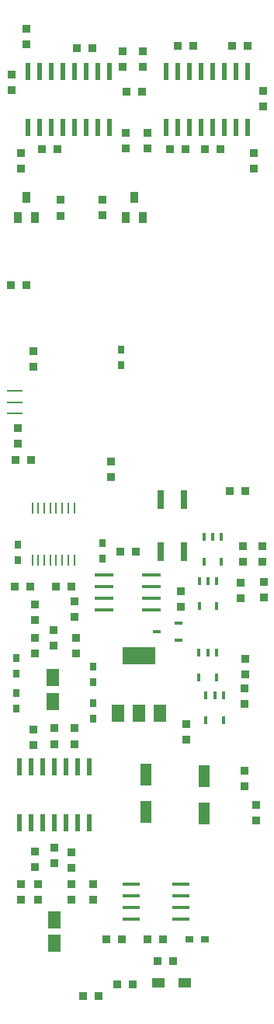
<source format=gtp>
G04 DipTrace 3.2.0.1*
G04 mBrane.GTP*
%MOIN*%
G04 #@! TF.FileFunction,Paste,Top*
G04 #@! TF.Part,Single*
%AMOUTLINE2*
4,1,4,
-0.023559,0.047181,
-0.023559,-0.047181,
0.023559,-0.047181,
0.023559,0.047181,
-0.023559,0.047181,
0*%
%AMOUTLINE5*
4,1,4,
0.015685,-0.017654,
-0.015685,-0.017654,
-0.015685,0.017654,
0.015685,0.017654,
0.015685,-0.017654,
0*%
%AMOUTLINE8*
4,1,4,
0.025528,-0.03537,
0.025528,0.03537,
-0.025528,0.03537,
-0.025528,-0.03537,
0.025528,-0.03537,
0*%
%AMOUTLINE11*
4,1,4,
0.017654,0.015685,
0.017654,-0.015685,
-0.017654,-0.015685,
-0.017654,0.015685,
0.017654,0.015685,
0*%
%AMOUTLINE14*
4,1,4,
-0.015685,0.017654,
0.015685,0.017654,
0.015685,-0.017654,
-0.015685,-0.017654,
-0.015685,0.017654,
0*%
%AMOUTLINE17*
4,1,4,
0.025528,0.019622,
-0.025528,0.019622,
-0.025528,-0.019622,
0.025528,-0.019622,
0.025528,0.019622,
0*%
%AMOUTLINE20*
4,1,4,
0.0255,0.0355,
-0.0255,0.0355,
-0.0255,-0.0355,
0.0255,-0.0355,
0.0255,0.0355,
0*%
%AMOUTLINE23*
4,1,4,
0.071,0.0355,
-0.071,0.0355,
-0.071,-0.0355,
0.071,-0.0355,
0.071,0.0355,
0*%
%AMOUTLINE26*
4,1,4,
0.009,0.036,
-0.009,0.036,
-0.009,-0.036,
0.009,-0.036,
0.009,0.036,
0*%
%AMOUTLINE29*
4,1,4,
-0.003,0.024,
-0.003,-0.024,
0.003,-0.024,
0.003,0.024,
-0.003,0.024,
0*%
%AMOUTLINE32*
4,1,4,
-0.039307,0.007811,
-0.039307,-0.007811,
0.039307,-0.007811,
0.039307,0.007811,
-0.039307,0.007811,
0*%
%AMOUTLINE35*
4,1,4,
-0.009,-0.036,
0.009,-0.036,
0.009,0.036,
-0.009,0.036,
-0.009,-0.036,
0*%
%AMOUTLINE38*
4,1,4,
0.007811,-0.017654,
-0.007811,-0.017654,
-0.007811,0.017654,
0.007811,0.017654,
0.007811,-0.017654,
0*%
%AMOUTLINE41*
4,1,4,
-0.007811,0.017654,
0.007811,0.017654,
0.007811,-0.017654,
-0.007811,-0.017654,
-0.007811,0.017654,
0*%
%AMOUTLINE56*
4,1,4,
-0.03537,-0.007811,
-0.03537,0.007811,
0.03537,0.007811,
0.03537,-0.007811,
-0.03537,-0.007811,
0*%
%AMOUTLINE59*
4,1,4,
0.015685,0.023559,
-0.015685,0.023559,
-0.015685,-0.023559,
0.015685,-0.023559,
0.015685,0.023559,
0*%
%AMOUTLINE62*
4,1,4,
-0.017654,-0.015685,
-0.017654,0.015685,
0.017654,0.015685,
0.017654,-0.015685,
-0.017654,-0.015685,
0*%
%AMOUTLINE68*
4,1,4,
0.015685,-0.001,
0.015685,0.001,
-0.015685,0.001,
-0.015685,-0.001,
0.015685,-0.001,
0*%
%AMOUTLINE71*
4,1,4,
0.001,-0.015685,
0.001,0.015685,
-0.001,0.015685,
-0.001,-0.015685,
0.001,-0.015685,
0*%
%ADD54R,0.07074X0.007748*%
%ADD60R,0.035307X0.03137*%
%ADD69R,0.033339X0.017591*%
%ADD73R,0.03137X0.078614*%
%ADD75R,0.03137X0.035307*%
%ADD79OUTLINE2*%
%ADD82OUTLINE5*%
%ADD85OUTLINE8*%
%ADD88OUTLINE11*%
%ADD91OUTLINE14*%
%ADD94OUTLINE17*%
%ADD97OUTLINE20*%
%ADD100OUTLINE23*%
%ADD103OUTLINE26*%
%ADD106OUTLINE29*%
%ADD109OUTLINE32*%
%ADD112OUTLINE35*%
%ADD115OUTLINE38*%
%ADD118OUTLINE41*%
%ADD133OUTLINE56*%
%ADD136OUTLINE59*%
%ADD139OUTLINE62*%
%ADD145OUTLINE68*%
%ADD148OUTLINE71*%
%FSLAX26Y26*%
G04*
G70*
G90*
G75*
G01*
G04 TopPaste*
%LPD*%
D79*
X1268958Y1387752D3*
Y1226334D3*
D82*
X1522994Y4327466D3*
Y4260536D3*
D85*
X625209Y669001D3*
Y771363D3*
D79*
X1018958Y1394001D3*
Y1232584D3*
D88*
X439529Y3494001D3*
X506458D3*
D91*
X443958Y4331501D3*
Y4398430D3*
D82*
X537709Y3144001D3*
Y3210930D3*
D75*
X912709Y3150252D3*
Y3217181D3*
D88*
X525208Y2744001D3*
X458279D3*
D85*
X618958Y1706501D3*
Y1808863D3*
D91*
X868958Y2737750D3*
Y2670821D3*
D82*
X712708Y1592181D3*
Y1525252D3*
D75*
X468958Y2379681D3*
Y2312752D3*
D82*
X700208Y994001D3*
Y1060930D3*
D88*
X523388Y2200250D3*
X456458D3*
D75*
X831458Y2319001D3*
Y2385930D3*
D82*
X625209Y1525252D3*
Y1592181D3*
Y1012752D3*
Y1079681D3*
D91*
X537709Y1520821D3*
Y1587750D3*
X543958Y995821D3*
Y1062750D3*
X1168958Y2112752D3*
Y2179681D3*
D88*
X1068958Y594001D3*
X1135888D3*
X975208Y2350250D3*
X908279D3*
D82*
X1446174Y1823036D3*
Y1889966D3*
D91*
X1437708Y2306501D3*
Y2373430D3*
D94*
X1187708Y500250D3*
X1073535D3*
D73*
X1081458Y2350252D3*
X1181458D3*
Y2575055D3*
X1081458D3*
D97*
X900208Y1656501D3*
X990208D3*
X1080208D3*
D100*
X989208Y1904501D3*
D103*
X512709Y4169001D3*
X562709D3*
X612709D3*
X662709D3*
X712709D3*
X762709D3*
X812709D3*
X862709D3*
Y4411001D3*
X812709D3*
X762709D3*
X712709D3*
X662709D3*
X612709D3*
X562709D3*
X512709D3*
X1106458Y4169001D3*
X1156458D3*
X1206458D3*
X1256458D3*
X1306458D3*
X1356458D3*
X1406458D3*
X1456458D3*
Y4411001D3*
X1406458D3*
X1356458D3*
X1306458D3*
X1256458D3*
X1206458D3*
X1156458D3*
X1106458D3*
D106*
X531458Y2312752D3*
X557458D3*
X583458D3*
X608458D3*
X634458D3*
X659458D3*
X685458D3*
X711458D3*
Y2536752D3*
X685458D3*
X659458D3*
X634458D3*
X608458D3*
X583458D3*
X557458D3*
X531458D3*
D109*
X1043958Y2100250D3*
Y2150250D3*
Y2200250D3*
Y2250250D3*
X839234D3*
Y2200250D3*
Y2150250D3*
Y2100250D3*
D112*
X777459Y1427501D3*
X727459D3*
X677459D3*
X627459D3*
X577459D3*
X527459D3*
X477459D3*
Y1185501D3*
X527459D3*
X577459D3*
X627459D3*
X677459D3*
X727459D3*
X777459D3*
D115*
X1343797Y2413093D3*
X1306395D3*
X1268994D3*
Y2306794D3*
X1343797D3*
D118*
X1323037Y2224032D3*
X1285636D3*
X1248234D3*
Y2117733D3*
X1323037D3*
D69*
X1158427Y1969001D3*
Y2043804D3*
X1067876Y2006403D3*
D115*
X1322536Y1917796D3*
X1285134D3*
X1247733D3*
Y1811497D3*
X1322536D3*
D118*
X1352722Y1733242D3*
X1315321D3*
X1277919D3*
Y1626943D3*
X1352722D3*
D133*
X1168958Y775250D3*
Y825250D3*
Y875250D3*
Y925250D3*
X956360D3*
Y875250D3*
Y825250D3*
Y775250D3*
D136*
X469155Y3782387D3*
X506557Y3869001D3*
X543958Y3782387D3*
X931655D3*
X969057Y3869001D3*
X1006458Y3782387D3*
D82*
X654243Y3858716D3*
Y3791787D3*
D91*
X506458Y4527072D3*
Y4594001D3*
D88*
X722994Y4510536D3*
X789923D3*
D91*
X918958Y4431501D3*
Y4498430D3*
X1006458Y4431501D3*
Y4498430D3*
D88*
X937709Y4325250D3*
X1004638D3*
X1156458Y4519001D3*
X1223388D3*
X1456458D3*
X1389529D3*
D82*
X831458Y3794001D3*
Y3860930D3*
X481458Y4060930D3*
Y3994001D3*
D139*
X572994Y4077466D3*
X639923D3*
D82*
X931458Y4148430D3*
Y4081501D3*
X1025208Y4148430D3*
Y4081501D3*
D139*
X1189923Y4077466D3*
X1122994D3*
X1272994D3*
X1339923D3*
D82*
X1481458Y4060930D3*
Y3994001D3*
D91*
X468958Y2881501D3*
Y2814572D3*
D82*
X543958Y1912752D3*
Y1979681D3*
Y2056501D3*
Y2123430D3*
X712708Y2069001D3*
Y2135930D3*
X718958Y1912752D3*
Y1979681D3*
D91*
X622994Y1948036D3*
Y2014966D3*
D139*
X700208Y2200250D3*
X633279D3*
D75*
X793958Y1700250D3*
Y1633321D3*
D82*
Y856501D3*
Y923430D3*
D75*
Y1789571D3*
Y1856500D3*
D82*
X700208Y856501D3*
Y923430D3*
D75*
X462708Y1827072D3*
Y1894001D3*
D82*
X556458Y856501D3*
Y923430D3*
D75*
X462708Y1677072D3*
Y1744001D3*
D82*
X481458Y856501D3*
Y923430D3*
X1518902Y2375043D3*
Y2308114D3*
D139*
X1379243Y2610536D3*
X1446172D3*
D82*
X1427213Y2150067D3*
Y2216996D3*
D88*
X962708Y494001D3*
X895779D3*
D82*
X1525208Y2219001D3*
Y2152072D3*
D88*
X1093958Y687752D3*
X1027029D3*
D91*
X1193936Y1543880D3*
Y1610809D3*
D139*
X850209Y687752D3*
X917138D3*
X750209Y444001D3*
X817138D3*
D82*
X1443958Y1762750D3*
Y1695821D3*
D91*
X1493958Y1262750D3*
Y1195821D3*
X1443910Y1343901D3*
Y1410830D3*
D60*
X1206458Y687752D3*
X1273388D3*
D54*
X456460Y2944000D3*
Y2991506D3*
Y3039013D3*
D145*
X556458Y3081501D3*
Y3061816D3*
Y3042131D3*
Y3022446D3*
Y3002761D3*
Y2983076D3*
Y2963391D3*
Y2943706D3*
Y2924021D3*
Y2904336D3*
Y2884651D3*
Y2864966D3*
D148*
X615514Y2805910D3*
X635199D3*
X654884D3*
X674569D3*
X694254D3*
X713939D3*
X733624D3*
X753309D3*
X772994D3*
X792679D3*
X812364D3*
X832049D3*
D145*
X891104Y2864966D3*
Y2884651D3*
Y2904336D3*
Y2924021D3*
Y2943706D3*
Y2963391D3*
Y2983076D3*
Y3002761D3*
Y3022446D3*
Y3042131D3*
Y3061816D3*
Y3081501D3*
D148*
X832049Y3140556D3*
X812364D3*
X792679D3*
X772994D3*
X753309D3*
X733624D3*
X713939D3*
X694254D3*
X674569D3*
X654884D3*
X635199D3*
X615514D3*
M02*

</source>
